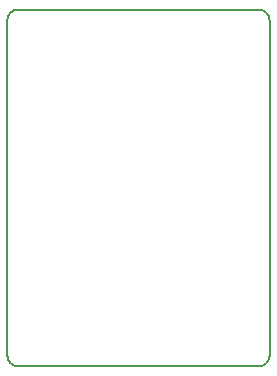
<source format=gko>
G04*
G04 #@! TF.GenerationSoftware,Altium Limited,Altium Designer,21.5.1 (32)*
G04*
G04 Layer_Color=16711935*
%FSLAX25Y25*%
%MOIN*%
G70*
G04*
G04 #@! TF.SameCoordinates,B42815E3-1C8A-49E7-A1B9-2BA69348AFE0*
G04*
G04*
G04 #@! TF.FilePolarity,Positive*
G04*
G01*
G75*
%ADD31C,0.00500*%
D31*
X0Y3543D02*
G03*
X3543Y0I3543J0D01*
G01*
X83858D02*
G03*
X87402Y3543I0J3543D01*
G01*
Y115354D02*
G03*
X83858Y118898I-3543J0D01*
G01*
X3543D02*
G03*
X0Y115354I0J-3543D01*
G01*
X3543Y0D02*
X83858D01*
X87402Y3543D02*
Y115354D01*
X3543Y118898D02*
X83858D01*
X0Y3543D02*
Y115354D01*
M02*

</source>
